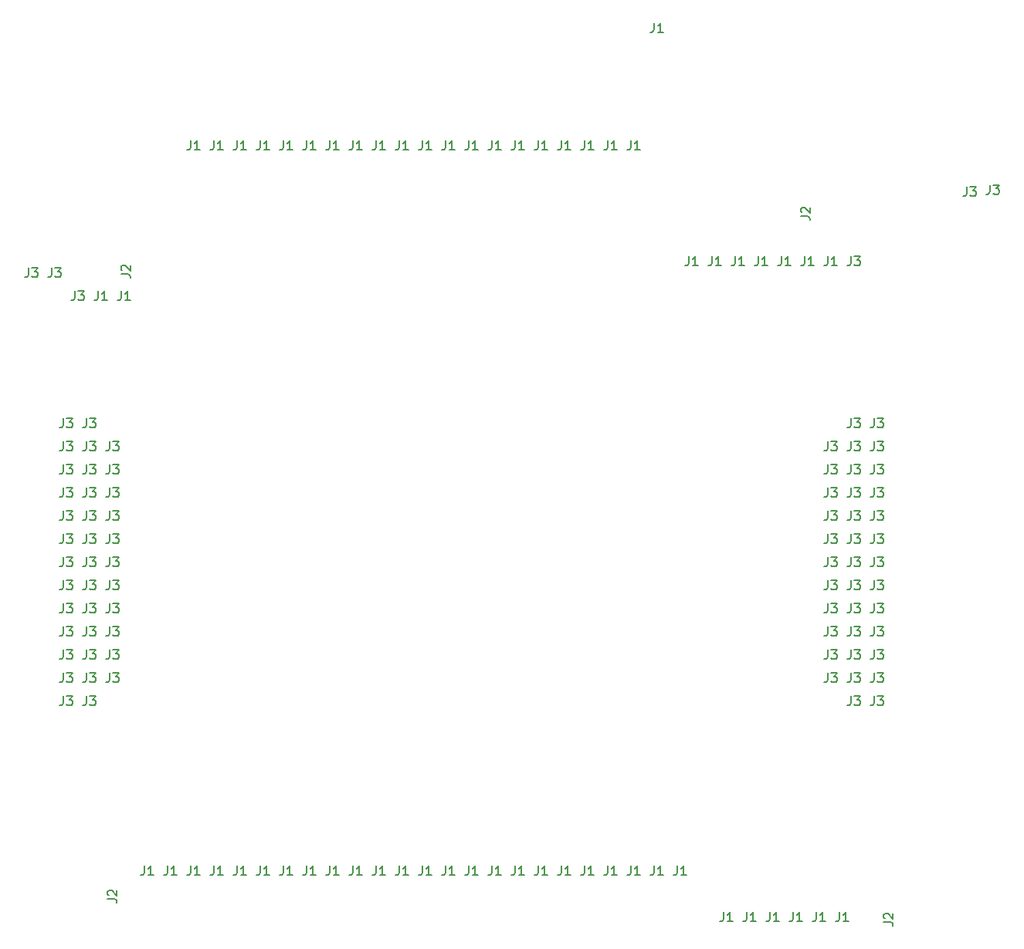
<source format=gbr>
%TF.GenerationSoftware,KiCad,Pcbnew,(6.0.7)*%
%TF.CreationDate,2022-10-24T07:09:43-06:00*%
%TF.ProjectId,AltoidsPCB,416c746f-6964-4735-9043-422e6b696361,rev?*%
%TF.SameCoordinates,Original*%
%TF.FileFunction,Other,Comment*%
%FSLAX46Y46*%
G04 Gerber Fmt 4.6, Leading zero omitted, Abs format (unit mm)*
G04 Created by KiCad (PCBNEW (6.0.7)) date 2022-10-24 07:09:43*
%MOMM*%
%LPD*%
G01*
G04 APERTURE LIST*
%ADD10C,0.150000*%
G04 APERTURE END LIST*
D10*
%TO.C,J2*%
X98512380Y-119713333D02*
X99226666Y-119713333D01*
X99369523Y-119760952D01*
X99464761Y-119856190D01*
X99512380Y-119999047D01*
X99512380Y-120094285D01*
X98607619Y-119284761D02*
X98560000Y-119237142D01*
X98512380Y-119141904D01*
X98512380Y-118903809D01*
X98560000Y-118808571D01*
X98607619Y-118760952D01*
X98702857Y-118713333D01*
X98798095Y-118713333D01*
X98940952Y-118760952D01*
X99512380Y-119332380D01*
X99512380Y-118713333D01*
X183602380Y-122253333D02*
X184316666Y-122253333D01*
X184459523Y-122300952D01*
X184554761Y-122396190D01*
X184602380Y-122539047D01*
X184602380Y-122634285D01*
X183697619Y-121824761D02*
X183650000Y-121777142D01*
X183602380Y-121681904D01*
X183602380Y-121443809D01*
X183650000Y-121348571D01*
X183697619Y-121300952D01*
X183792857Y-121253333D01*
X183888095Y-121253333D01*
X184030952Y-121300952D01*
X184602380Y-121872380D01*
X184602380Y-121253333D01*
X174502380Y-44783333D02*
X175216666Y-44783333D01*
X175359523Y-44830952D01*
X175454761Y-44926190D01*
X175502380Y-45069047D01*
X175502380Y-45164285D01*
X174597619Y-44354761D02*
X174550000Y-44307142D01*
X174502380Y-44211904D01*
X174502380Y-43973809D01*
X174550000Y-43878571D01*
X174597619Y-43830952D01*
X174692857Y-43783333D01*
X174788095Y-43783333D01*
X174930952Y-43830952D01*
X175502380Y-44402380D01*
X175502380Y-43783333D01*
X99992380Y-51133333D02*
X100706666Y-51133333D01*
X100849523Y-51180952D01*
X100944761Y-51276190D01*
X100992380Y-51419047D01*
X100992380Y-51514285D01*
X100087619Y-50704761D02*
X100040000Y-50657142D01*
X99992380Y-50561904D01*
X99992380Y-50323809D01*
X100040000Y-50228571D01*
X100087619Y-50180952D01*
X100182857Y-50133333D01*
X100278095Y-50133333D01*
X100420952Y-50180952D01*
X100992380Y-50752380D01*
X100992380Y-50133333D01*
%TO.C,J1*%
X115236666Y-116082380D02*
X115236666Y-116796666D01*
X115189047Y-116939523D01*
X115093809Y-117034761D01*
X114950952Y-117082380D01*
X114855714Y-117082380D01*
X116236666Y-117082380D02*
X115665238Y-117082380D01*
X115950952Y-117082380D02*
X115950952Y-116082380D01*
X115855714Y-116225238D01*
X115760476Y-116320476D01*
X115665238Y-116368095D01*
X105076666Y-116082380D02*
X105076666Y-116796666D01*
X105029047Y-116939523D01*
X104933809Y-117034761D01*
X104790952Y-117082380D01*
X104695714Y-117082380D01*
X106076666Y-117082380D02*
X105505238Y-117082380D01*
X105790952Y-117082380D02*
X105790952Y-116082380D01*
X105695714Y-116225238D01*
X105600476Y-116320476D01*
X105505238Y-116368095D01*
X120316666Y-116082380D02*
X120316666Y-116796666D01*
X120269047Y-116939523D01*
X120173809Y-117034761D01*
X120030952Y-117082380D01*
X119935714Y-117082380D01*
X121316666Y-117082380D02*
X120745238Y-117082380D01*
X121030952Y-117082380D02*
X121030952Y-116082380D01*
X120935714Y-116225238D01*
X120840476Y-116320476D01*
X120745238Y-116368095D01*
X117776666Y-116082380D02*
X117776666Y-116796666D01*
X117729047Y-116939523D01*
X117633809Y-117034761D01*
X117490952Y-117082380D01*
X117395714Y-117082380D01*
X118776666Y-117082380D02*
X118205238Y-117082380D01*
X118490952Y-117082380D02*
X118490952Y-116082380D01*
X118395714Y-116225238D01*
X118300476Y-116320476D01*
X118205238Y-116368095D01*
X112696666Y-116082380D02*
X112696666Y-116796666D01*
X112649047Y-116939523D01*
X112553809Y-117034761D01*
X112410952Y-117082380D01*
X112315714Y-117082380D01*
X113696666Y-117082380D02*
X113125238Y-117082380D01*
X113410952Y-117082380D02*
X113410952Y-116082380D01*
X113315714Y-116225238D01*
X113220476Y-116320476D01*
X113125238Y-116368095D01*
X107616666Y-116082380D02*
X107616666Y-116796666D01*
X107569047Y-116939523D01*
X107473809Y-117034761D01*
X107330952Y-117082380D01*
X107235714Y-117082380D01*
X108616666Y-117082380D02*
X108045238Y-117082380D01*
X108330952Y-117082380D02*
X108330952Y-116082380D01*
X108235714Y-116225238D01*
X108140476Y-116320476D01*
X108045238Y-116368095D01*
X122856666Y-116082380D02*
X122856666Y-116796666D01*
X122809047Y-116939523D01*
X122713809Y-117034761D01*
X122570952Y-117082380D01*
X122475714Y-117082380D01*
X123856666Y-117082380D02*
X123285238Y-117082380D01*
X123570952Y-117082380D02*
X123570952Y-116082380D01*
X123475714Y-116225238D01*
X123380476Y-116320476D01*
X123285238Y-116368095D01*
X110156666Y-116082380D02*
X110156666Y-116796666D01*
X110109047Y-116939523D01*
X110013809Y-117034761D01*
X109870952Y-117082380D01*
X109775714Y-117082380D01*
X111156666Y-117082380D02*
X110585238Y-117082380D01*
X110870952Y-117082380D02*
X110870952Y-116082380D01*
X110775714Y-116225238D01*
X110680476Y-116320476D01*
X110585238Y-116368095D01*
X102536666Y-116082380D02*
X102536666Y-116796666D01*
X102489047Y-116939523D01*
X102393809Y-117034761D01*
X102250952Y-117082380D01*
X102155714Y-117082380D01*
X103536666Y-117082380D02*
X102965238Y-117082380D01*
X103250952Y-117082380D02*
X103250952Y-116082380D01*
X103155714Y-116225238D01*
X103060476Y-116320476D01*
X102965238Y-116368095D01*
X176196666Y-121162380D02*
X176196666Y-121876666D01*
X176149047Y-122019523D01*
X176053809Y-122114761D01*
X175910952Y-122162380D01*
X175815714Y-122162380D01*
X177196666Y-122162380D02*
X176625238Y-122162380D01*
X176910952Y-122162380D02*
X176910952Y-121162380D01*
X176815714Y-121305238D01*
X176720476Y-121400476D01*
X176625238Y-121448095D01*
X155876666Y-116082380D02*
X155876666Y-116796666D01*
X155829047Y-116939523D01*
X155733809Y-117034761D01*
X155590952Y-117082380D01*
X155495714Y-117082380D01*
X156876666Y-117082380D02*
X156305238Y-117082380D01*
X156590952Y-117082380D02*
X156590952Y-116082380D01*
X156495714Y-116225238D01*
X156400476Y-116320476D01*
X156305238Y-116368095D01*
X150796666Y-116082380D02*
X150796666Y-116796666D01*
X150749047Y-116939523D01*
X150653809Y-117034761D01*
X150510952Y-117082380D01*
X150415714Y-117082380D01*
X151796666Y-117082380D02*
X151225238Y-117082380D01*
X151510952Y-117082380D02*
X151510952Y-116082380D01*
X151415714Y-116225238D01*
X151320476Y-116320476D01*
X151225238Y-116368095D01*
X173656666Y-121162380D02*
X173656666Y-121876666D01*
X173609047Y-122019523D01*
X173513809Y-122114761D01*
X173370952Y-122162380D01*
X173275714Y-122162380D01*
X174656666Y-122162380D02*
X174085238Y-122162380D01*
X174370952Y-122162380D02*
X174370952Y-121162380D01*
X174275714Y-121305238D01*
X174180476Y-121400476D01*
X174085238Y-121448095D01*
X153336666Y-116082380D02*
X153336666Y-116796666D01*
X153289047Y-116939523D01*
X153193809Y-117034761D01*
X153050952Y-117082380D01*
X152955714Y-117082380D01*
X154336666Y-117082380D02*
X153765238Y-117082380D01*
X154050952Y-117082380D02*
X154050952Y-116082380D01*
X153955714Y-116225238D01*
X153860476Y-116320476D01*
X153765238Y-116368095D01*
X158416666Y-116082380D02*
X158416666Y-116796666D01*
X158369047Y-116939523D01*
X158273809Y-117034761D01*
X158130952Y-117082380D01*
X158035714Y-117082380D01*
X159416666Y-117082380D02*
X158845238Y-117082380D01*
X159130952Y-117082380D02*
X159130952Y-116082380D01*
X159035714Y-116225238D01*
X158940476Y-116320476D01*
X158845238Y-116368095D01*
X160956666Y-116082380D02*
X160956666Y-116796666D01*
X160909047Y-116939523D01*
X160813809Y-117034761D01*
X160670952Y-117082380D01*
X160575714Y-117082380D01*
X161956666Y-117082380D02*
X161385238Y-117082380D01*
X161670952Y-117082380D02*
X161670952Y-116082380D01*
X161575714Y-116225238D01*
X161480476Y-116320476D01*
X161385238Y-116368095D01*
X166036666Y-121162380D02*
X166036666Y-121876666D01*
X165989047Y-122019523D01*
X165893809Y-122114761D01*
X165750952Y-122162380D01*
X165655714Y-122162380D01*
X167036666Y-122162380D02*
X166465238Y-122162380D01*
X166750952Y-122162380D02*
X166750952Y-121162380D01*
X166655714Y-121305238D01*
X166560476Y-121400476D01*
X166465238Y-121448095D01*
X148256666Y-116082380D02*
X148256666Y-116796666D01*
X148209047Y-116939523D01*
X148113809Y-117034761D01*
X147970952Y-117082380D01*
X147875714Y-117082380D01*
X149256666Y-117082380D02*
X148685238Y-117082380D01*
X148970952Y-117082380D02*
X148970952Y-116082380D01*
X148875714Y-116225238D01*
X148780476Y-116320476D01*
X148685238Y-116368095D01*
X143176666Y-116082380D02*
X143176666Y-116796666D01*
X143129047Y-116939523D01*
X143033809Y-117034761D01*
X142890952Y-117082380D01*
X142795714Y-117082380D01*
X144176666Y-117082380D02*
X143605238Y-117082380D01*
X143890952Y-117082380D02*
X143890952Y-116082380D01*
X143795714Y-116225238D01*
X143700476Y-116320476D01*
X143605238Y-116368095D01*
X168576666Y-121162380D02*
X168576666Y-121876666D01*
X168529047Y-122019523D01*
X168433809Y-122114761D01*
X168290952Y-122162380D01*
X168195714Y-122162380D01*
X169576666Y-122162380D02*
X169005238Y-122162380D01*
X169290952Y-122162380D02*
X169290952Y-121162380D01*
X169195714Y-121305238D01*
X169100476Y-121400476D01*
X169005238Y-121448095D01*
X171116666Y-121162380D02*
X171116666Y-121876666D01*
X171069047Y-122019523D01*
X170973809Y-122114761D01*
X170830952Y-122162380D01*
X170735714Y-122162380D01*
X172116666Y-122162380D02*
X171545238Y-122162380D01*
X171830952Y-122162380D02*
X171830952Y-121162380D01*
X171735714Y-121305238D01*
X171640476Y-121400476D01*
X171545238Y-121448095D01*
X145716666Y-116082380D02*
X145716666Y-116796666D01*
X145669047Y-116939523D01*
X145573809Y-117034761D01*
X145430952Y-117082380D01*
X145335714Y-117082380D01*
X146716666Y-117082380D02*
X146145238Y-117082380D01*
X146430952Y-117082380D02*
X146430952Y-116082380D01*
X146335714Y-116225238D01*
X146240476Y-116320476D01*
X146145238Y-116368095D01*
X140636666Y-116082380D02*
X140636666Y-116796666D01*
X140589047Y-116939523D01*
X140493809Y-117034761D01*
X140350952Y-117082380D01*
X140255714Y-117082380D01*
X141636666Y-117082380D02*
X141065238Y-117082380D01*
X141350952Y-117082380D02*
X141350952Y-116082380D01*
X141255714Y-116225238D01*
X141160476Y-116320476D01*
X141065238Y-116368095D01*
X133016666Y-116082380D02*
X133016666Y-116796666D01*
X132969047Y-116939523D01*
X132873809Y-117034761D01*
X132730952Y-117082380D01*
X132635714Y-117082380D01*
X134016666Y-117082380D02*
X133445238Y-117082380D01*
X133730952Y-117082380D02*
X133730952Y-116082380D01*
X133635714Y-116225238D01*
X133540476Y-116320476D01*
X133445238Y-116368095D01*
X135556666Y-116082380D02*
X135556666Y-116796666D01*
X135509047Y-116939523D01*
X135413809Y-117034761D01*
X135270952Y-117082380D01*
X135175714Y-117082380D01*
X136556666Y-117082380D02*
X135985238Y-117082380D01*
X136270952Y-117082380D02*
X136270952Y-116082380D01*
X136175714Y-116225238D01*
X136080476Y-116320476D01*
X135985238Y-116368095D01*
X178736666Y-121162380D02*
X178736666Y-121876666D01*
X178689047Y-122019523D01*
X178593809Y-122114761D01*
X178450952Y-122162380D01*
X178355714Y-122162380D01*
X179736666Y-122162380D02*
X179165238Y-122162380D01*
X179450952Y-122162380D02*
X179450952Y-121162380D01*
X179355714Y-121305238D01*
X179260476Y-121400476D01*
X179165238Y-121448095D01*
X138096666Y-116082380D02*
X138096666Y-116796666D01*
X138049047Y-116939523D01*
X137953809Y-117034761D01*
X137810952Y-117082380D01*
X137715714Y-117082380D01*
X139096666Y-117082380D02*
X138525238Y-117082380D01*
X138810952Y-117082380D02*
X138810952Y-116082380D01*
X138715714Y-116225238D01*
X138620476Y-116320476D01*
X138525238Y-116368095D01*
X130476666Y-116082380D02*
X130476666Y-116796666D01*
X130429047Y-116939523D01*
X130333809Y-117034761D01*
X130190952Y-117082380D01*
X130095714Y-117082380D01*
X131476666Y-117082380D02*
X130905238Y-117082380D01*
X131190952Y-117082380D02*
X131190952Y-116082380D01*
X131095714Y-116225238D01*
X131000476Y-116320476D01*
X130905238Y-116368095D01*
X125396666Y-116082380D02*
X125396666Y-116796666D01*
X125349047Y-116939523D01*
X125253809Y-117034761D01*
X125110952Y-117082380D01*
X125015714Y-117082380D01*
X126396666Y-117082380D02*
X125825238Y-117082380D01*
X126110952Y-117082380D02*
X126110952Y-116082380D01*
X126015714Y-116225238D01*
X125920476Y-116320476D01*
X125825238Y-116368095D01*
X127936666Y-116082380D02*
X127936666Y-116796666D01*
X127889047Y-116939523D01*
X127793809Y-117034761D01*
X127650952Y-117082380D01*
X127555714Y-117082380D01*
X128936666Y-117082380D02*
X128365238Y-117082380D01*
X128650952Y-117082380D02*
X128650952Y-116082380D01*
X128555714Y-116225238D01*
X128460476Y-116320476D01*
X128365238Y-116368095D01*
X177466666Y-49192380D02*
X177466666Y-49906666D01*
X177419047Y-50049523D01*
X177323809Y-50144761D01*
X177180952Y-50192380D01*
X177085714Y-50192380D01*
X178466666Y-50192380D02*
X177895238Y-50192380D01*
X178180952Y-50192380D02*
X178180952Y-49192380D01*
X178085714Y-49335238D01*
X177990476Y-49430476D01*
X177895238Y-49478095D01*
X174926666Y-49192380D02*
X174926666Y-49906666D01*
X174879047Y-50049523D01*
X174783809Y-50144761D01*
X174640952Y-50192380D01*
X174545714Y-50192380D01*
X175926666Y-50192380D02*
X175355238Y-50192380D01*
X175640952Y-50192380D02*
X175640952Y-49192380D01*
X175545714Y-49335238D01*
X175450476Y-49430476D01*
X175355238Y-49478095D01*
X172386666Y-49192380D02*
X172386666Y-49906666D01*
X172339047Y-50049523D01*
X172243809Y-50144761D01*
X172100952Y-50192380D01*
X172005714Y-50192380D01*
X173386666Y-50192380D02*
X172815238Y-50192380D01*
X173100952Y-50192380D02*
X173100952Y-49192380D01*
X173005714Y-49335238D01*
X172910476Y-49430476D01*
X172815238Y-49478095D01*
X169846666Y-49192380D02*
X169846666Y-49906666D01*
X169799047Y-50049523D01*
X169703809Y-50144761D01*
X169560952Y-50192380D01*
X169465714Y-50192380D01*
X170846666Y-50192380D02*
X170275238Y-50192380D01*
X170560952Y-50192380D02*
X170560952Y-49192380D01*
X170465714Y-49335238D01*
X170370476Y-49430476D01*
X170275238Y-49478095D01*
X167306666Y-49192380D02*
X167306666Y-49906666D01*
X167259047Y-50049523D01*
X167163809Y-50144761D01*
X167020952Y-50192380D01*
X166925714Y-50192380D01*
X168306666Y-50192380D02*
X167735238Y-50192380D01*
X168020952Y-50192380D02*
X168020952Y-49192380D01*
X167925714Y-49335238D01*
X167830476Y-49430476D01*
X167735238Y-49478095D01*
X164766666Y-49192380D02*
X164766666Y-49906666D01*
X164719047Y-50049523D01*
X164623809Y-50144761D01*
X164480952Y-50192380D01*
X164385714Y-50192380D01*
X165766666Y-50192380D02*
X165195238Y-50192380D01*
X165480952Y-50192380D02*
X165480952Y-49192380D01*
X165385714Y-49335238D01*
X165290476Y-49430476D01*
X165195238Y-49478095D01*
X162226666Y-49192380D02*
X162226666Y-49906666D01*
X162179047Y-50049523D01*
X162083809Y-50144761D01*
X161940952Y-50192380D01*
X161845714Y-50192380D01*
X163226666Y-50192380D02*
X162655238Y-50192380D01*
X162940952Y-50192380D02*
X162940952Y-49192380D01*
X162845714Y-49335238D01*
X162750476Y-49430476D01*
X162655238Y-49478095D01*
X158416666Y-23582380D02*
X158416666Y-24296666D01*
X158369047Y-24439523D01*
X158273809Y-24534761D01*
X158130952Y-24582380D01*
X158035714Y-24582380D01*
X159416666Y-24582380D02*
X158845238Y-24582380D01*
X159130952Y-24582380D02*
X159130952Y-23582380D01*
X159035714Y-23725238D01*
X158940476Y-23820476D01*
X158845238Y-23868095D01*
X155876666Y-36492380D02*
X155876666Y-37206666D01*
X155829047Y-37349523D01*
X155733809Y-37444761D01*
X155590952Y-37492380D01*
X155495714Y-37492380D01*
X156876666Y-37492380D02*
X156305238Y-37492380D01*
X156590952Y-37492380D02*
X156590952Y-36492380D01*
X156495714Y-36635238D01*
X156400476Y-36730476D01*
X156305238Y-36778095D01*
X153336666Y-36492380D02*
X153336666Y-37206666D01*
X153289047Y-37349523D01*
X153193809Y-37444761D01*
X153050952Y-37492380D01*
X152955714Y-37492380D01*
X154336666Y-37492380D02*
X153765238Y-37492380D01*
X154050952Y-37492380D02*
X154050952Y-36492380D01*
X153955714Y-36635238D01*
X153860476Y-36730476D01*
X153765238Y-36778095D01*
X150796666Y-36492380D02*
X150796666Y-37206666D01*
X150749047Y-37349523D01*
X150653809Y-37444761D01*
X150510952Y-37492380D01*
X150415714Y-37492380D01*
X151796666Y-37492380D02*
X151225238Y-37492380D01*
X151510952Y-37492380D02*
X151510952Y-36492380D01*
X151415714Y-36635238D01*
X151320476Y-36730476D01*
X151225238Y-36778095D01*
X148256666Y-36492380D02*
X148256666Y-37206666D01*
X148209047Y-37349523D01*
X148113809Y-37444761D01*
X147970952Y-37492380D01*
X147875714Y-37492380D01*
X149256666Y-37492380D02*
X148685238Y-37492380D01*
X148970952Y-37492380D02*
X148970952Y-36492380D01*
X148875714Y-36635238D01*
X148780476Y-36730476D01*
X148685238Y-36778095D01*
X145716666Y-36492380D02*
X145716666Y-37206666D01*
X145669047Y-37349523D01*
X145573809Y-37444761D01*
X145430952Y-37492380D01*
X145335714Y-37492380D01*
X146716666Y-37492380D02*
X146145238Y-37492380D01*
X146430952Y-37492380D02*
X146430952Y-36492380D01*
X146335714Y-36635238D01*
X146240476Y-36730476D01*
X146145238Y-36778095D01*
X143176666Y-36492380D02*
X143176666Y-37206666D01*
X143129047Y-37349523D01*
X143033809Y-37444761D01*
X142890952Y-37492380D01*
X142795714Y-37492380D01*
X144176666Y-37492380D02*
X143605238Y-37492380D01*
X143890952Y-37492380D02*
X143890952Y-36492380D01*
X143795714Y-36635238D01*
X143700476Y-36730476D01*
X143605238Y-36778095D01*
X140636666Y-36492380D02*
X140636666Y-37206666D01*
X140589047Y-37349523D01*
X140493809Y-37444761D01*
X140350952Y-37492380D01*
X140255714Y-37492380D01*
X141636666Y-37492380D02*
X141065238Y-37492380D01*
X141350952Y-37492380D02*
X141350952Y-36492380D01*
X141255714Y-36635238D01*
X141160476Y-36730476D01*
X141065238Y-36778095D01*
X138096666Y-36492380D02*
X138096666Y-37206666D01*
X138049047Y-37349523D01*
X137953809Y-37444761D01*
X137810952Y-37492380D01*
X137715714Y-37492380D01*
X139096666Y-37492380D02*
X138525238Y-37492380D01*
X138810952Y-37492380D02*
X138810952Y-36492380D01*
X138715714Y-36635238D01*
X138620476Y-36730476D01*
X138525238Y-36778095D01*
X135556666Y-36492380D02*
X135556666Y-37206666D01*
X135509047Y-37349523D01*
X135413809Y-37444761D01*
X135270952Y-37492380D01*
X135175714Y-37492380D01*
X136556666Y-37492380D02*
X135985238Y-37492380D01*
X136270952Y-37492380D02*
X136270952Y-36492380D01*
X136175714Y-36635238D01*
X136080476Y-36730476D01*
X135985238Y-36778095D01*
X133016666Y-36492380D02*
X133016666Y-37206666D01*
X132969047Y-37349523D01*
X132873809Y-37444761D01*
X132730952Y-37492380D01*
X132635714Y-37492380D01*
X134016666Y-37492380D02*
X133445238Y-37492380D01*
X133730952Y-37492380D02*
X133730952Y-36492380D01*
X133635714Y-36635238D01*
X133540476Y-36730476D01*
X133445238Y-36778095D01*
X130476666Y-36492380D02*
X130476666Y-37206666D01*
X130429047Y-37349523D01*
X130333809Y-37444761D01*
X130190952Y-37492380D01*
X130095714Y-37492380D01*
X131476666Y-37492380D02*
X130905238Y-37492380D01*
X131190952Y-37492380D02*
X131190952Y-36492380D01*
X131095714Y-36635238D01*
X131000476Y-36730476D01*
X130905238Y-36778095D01*
X127936666Y-36492380D02*
X127936666Y-37206666D01*
X127889047Y-37349523D01*
X127793809Y-37444761D01*
X127650952Y-37492380D01*
X127555714Y-37492380D01*
X128936666Y-37492380D02*
X128365238Y-37492380D01*
X128650952Y-37492380D02*
X128650952Y-36492380D01*
X128555714Y-36635238D01*
X128460476Y-36730476D01*
X128365238Y-36778095D01*
X125396666Y-36492380D02*
X125396666Y-37206666D01*
X125349047Y-37349523D01*
X125253809Y-37444761D01*
X125110952Y-37492380D01*
X125015714Y-37492380D01*
X126396666Y-37492380D02*
X125825238Y-37492380D01*
X126110952Y-37492380D02*
X126110952Y-36492380D01*
X126015714Y-36635238D01*
X125920476Y-36730476D01*
X125825238Y-36778095D01*
X122856666Y-36492380D02*
X122856666Y-37206666D01*
X122809047Y-37349523D01*
X122713809Y-37444761D01*
X122570952Y-37492380D01*
X122475714Y-37492380D01*
X123856666Y-37492380D02*
X123285238Y-37492380D01*
X123570952Y-37492380D02*
X123570952Y-36492380D01*
X123475714Y-36635238D01*
X123380476Y-36730476D01*
X123285238Y-36778095D01*
X120316666Y-36492380D02*
X120316666Y-37206666D01*
X120269047Y-37349523D01*
X120173809Y-37444761D01*
X120030952Y-37492380D01*
X119935714Y-37492380D01*
X121316666Y-37492380D02*
X120745238Y-37492380D01*
X121030952Y-37492380D02*
X121030952Y-36492380D01*
X120935714Y-36635238D01*
X120840476Y-36730476D01*
X120745238Y-36778095D01*
X117776666Y-36492380D02*
X117776666Y-37206666D01*
X117729047Y-37349523D01*
X117633809Y-37444761D01*
X117490952Y-37492380D01*
X117395714Y-37492380D01*
X118776666Y-37492380D02*
X118205238Y-37492380D01*
X118490952Y-37492380D02*
X118490952Y-36492380D01*
X118395714Y-36635238D01*
X118300476Y-36730476D01*
X118205238Y-36778095D01*
X115236666Y-36492380D02*
X115236666Y-37206666D01*
X115189047Y-37349523D01*
X115093809Y-37444761D01*
X114950952Y-37492380D01*
X114855714Y-37492380D01*
X116236666Y-37492380D02*
X115665238Y-37492380D01*
X115950952Y-37492380D02*
X115950952Y-36492380D01*
X115855714Y-36635238D01*
X115760476Y-36730476D01*
X115665238Y-36778095D01*
X112696666Y-36492380D02*
X112696666Y-37206666D01*
X112649047Y-37349523D01*
X112553809Y-37444761D01*
X112410952Y-37492380D01*
X112315714Y-37492380D01*
X113696666Y-37492380D02*
X113125238Y-37492380D01*
X113410952Y-37492380D02*
X113410952Y-36492380D01*
X113315714Y-36635238D01*
X113220476Y-36730476D01*
X113125238Y-36778095D01*
X110156666Y-36492380D02*
X110156666Y-37206666D01*
X110109047Y-37349523D01*
X110013809Y-37444761D01*
X109870952Y-37492380D01*
X109775714Y-37492380D01*
X111156666Y-37492380D02*
X110585238Y-37492380D01*
X110870952Y-37492380D02*
X110870952Y-36492380D01*
X110775714Y-36635238D01*
X110680476Y-36730476D01*
X110585238Y-36778095D01*
X107616666Y-36492380D02*
X107616666Y-37206666D01*
X107569047Y-37349523D01*
X107473809Y-37444761D01*
X107330952Y-37492380D01*
X107235714Y-37492380D01*
X108616666Y-37492380D02*
X108045238Y-37492380D01*
X108330952Y-37492380D02*
X108330952Y-36492380D01*
X108235714Y-36635238D01*
X108140476Y-36730476D01*
X108045238Y-36778095D01*
X99996666Y-53002380D02*
X99996666Y-53716666D01*
X99949047Y-53859523D01*
X99853809Y-53954761D01*
X99710952Y-54002380D01*
X99615714Y-54002380D01*
X100996666Y-54002380D02*
X100425238Y-54002380D01*
X100710952Y-54002380D02*
X100710952Y-53002380D01*
X100615714Y-53145238D01*
X100520476Y-53240476D01*
X100425238Y-53288095D01*
X97456666Y-53002380D02*
X97456666Y-53716666D01*
X97409047Y-53859523D01*
X97313809Y-53954761D01*
X97170952Y-54002380D01*
X97075714Y-54002380D01*
X98456666Y-54002380D02*
X97885238Y-54002380D01*
X98170952Y-54002380D02*
X98170952Y-53002380D01*
X98075714Y-53145238D01*
X97980476Y-53240476D01*
X97885238Y-53288095D01*
%TO.C,J3*%
X89836666Y-50462380D02*
X89836666Y-51176666D01*
X89789047Y-51319523D01*
X89693809Y-51414761D01*
X89550952Y-51462380D01*
X89455714Y-51462380D01*
X90217619Y-50462380D02*
X90836666Y-50462380D01*
X90503333Y-50843333D01*
X90646190Y-50843333D01*
X90741428Y-50890952D01*
X90789047Y-50938571D01*
X90836666Y-51033809D01*
X90836666Y-51271904D01*
X90789047Y-51367142D01*
X90741428Y-51414761D01*
X90646190Y-51462380D01*
X90360476Y-51462380D01*
X90265238Y-51414761D01*
X90217619Y-51367142D01*
X195246666Y-41362380D02*
X195246666Y-42076666D01*
X195199047Y-42219523D01*
X195103809Y-42314761D01*
X194960952Y-42362380D01*
X194865714Y-42362380D01*
X195627619Y-41362380D02*
X196246666Y-41362380D01*
X195913333Y-41743333D01*
X196056190Y-41743333D01*
X196151428Y-41790952D01*
X196199047Y-41838571D01*
X196246666Y-41933809D01*
X196246666Y-42171904D01*
X196199047Y-42267142D01*
X196151428Y-42314761D01*
X196056190Y-42362380D01*
X195770476Y-42362380D01*
X195675238Y-42314761D01*
X195627619Y-42267142D01*
X192706666Y-41572380D02*
X192706666Y-42286666D01*
X192659047Y-42429523D01*
X192563809Y-42524761D01*
X192420952Y-42572380D01*
X192325714Y-42572380D01*
X193087619Y-41572380D02*
X193706666Y-41572380D01*
X193373333Y-41953333D01*
X193516190Y-41953333D01*
X193611428Y-42000952D01*
X193659047Y-42048571D01*
X193706666Y-42143809D01*
X193706666Y-42381904D01*
X193659047Y-42477142D01*
X193611428Y-42524761D01*
X193516190Y-42572380D01*
X193230476Y-42572380D01*
X193135238Y-42524761D01*
X193087619Y-42477142D01*
X182546666Y-97452380D02*
X182546666Y-98166666D01*
X182499047Y-98309523D01*
X182403809Y-98404761D01*
X182260952Y-98452380D01*
X182165714Y-98452380D01*
X182927619Y-97452380D02*
X183546666Y-97452380D01*
X183213333Y-97833333D01*
X183356190Y-97833333D01*
X183451428Y-97880952D01*
X183499047Y-97928571D01*
X183546666Y-98023809D01*
X183546666Y-98261904D01*
X183499047Y-98357142D01*
X183451428Y-98404761D01*
X183356190Y-98452380D01*
X183070476Y-98452380D01*
X182975238Y-98404761D01*
X182927619Y-98357142D01*
X180006666Y-97452380D02*
X180006666Y-98166666D01*
X179959047Y-98309523D01*
X179863809Y-98404761D01*
X179720952Y-98452380D01*
X179625714Y-98452380D01*
X180387619Y-97452380D02*
X181006666Y-97452380D01*
X180673333Y-97833333D01*
X180816190Y-97833333D01*
X180911428Y-97880952D01*
X180959047Y-97928571D01*
X181006666Y-98023809D01*
X181006666Y-98261904D01*
X180959047Y-98357142D01*
X180911428Y-98404761D01*
X180816190Y-98452380D01*
X180530476Y-98452380D01*
X180435238Y-98404761D01*
X180387619Y-98357142D01*
X93646666Y-97452380D02*
X93646666Y-98166666D01*
X93599047Y-98309523D01*
X93503809Y-98404761D01*
X93360952Y-98452380D01*
X93265714Y-98452380D01*
X94027619Y-97452380D02*
X94646666Y-97452380D01*
X94313333Y-97833333D01*
X94456190Y-97833333D01*
X94551428Y-97880952D01*
X94599047Y-97928571D01*
X94646666Y-98023809D01*
X94646666Y-98261904D01*
X94599047Y-98357142D01*
X94551428Y-98404761D01*
X94456190Y-98452380D01*
X94170476Y-98452380D01*
X94075238Y-98404761D01*
X94027619Y-98357142D01*
X96186666Y-97452380D02*
X96186666Y-98166666D01*
X96139047Y-98309523D01*
X96043809Y-98404761D01*
X95900952Y-98452380D01*
X95805714Y-98452380D01*
X96567619Y-97452380D02*
X97186666Y-97452380D01*
X96853333Y-97833333D01*
X96996190Y-97833333D01*
X97091428Y-97880952D01*
X97139047Y-97928571D01*
X97186666Y-98023809D01*
X97186666Y-98261904D01*
X97139047Y-98357142D01*
X97091428Y-98404761D01*
X96996190Y-98452380D01*
X96710476Y-98452380D01*
X96615238Y-98404761D01*
X96567619Y-98357142D01*
X92376666Y-50462380D02*
X92376666Y-51176666D01*
X92329047Y-51319523D01*
X92233809Y-51414761D01*
X92090952Y-51462380D01*
X91995714Y-51462380D01*
X92757619Y-50462380D02*
X93376666Y-50462380D01*
X93043333Y-50843333D01*
X93186190Y-50843333D01*
X93281428Y-50890952D01*
X93329047Y-50938571D01*
X93376666Y-51033809D01*
X93376666Y-51271904D01*
X93329047Y-51367142D01*
X93281428Y-51414761D01*
X93186190Y-51462380D01*
X92900476Y-51462380D01*
X92805238Y-51414761D01*
X92757619Y-51367142D01*
X180006666Y-92372380D02*
X180006666Y-93086666D01*
X179959047Y-93229523D01*
X179863809Y-93324761D01*
X179720952Y-93372380D01*
X179625714Y-93372380D01*
X180387619Y-92372380D02*
X181006666Y-92372380D01*
X180673333Y-92753333D01*
X180816190Y-92753333D01*
X180911428Y-92800952D01*
X180959047Y-92848571D01*
X181006666Y-92943809D01*
X181006666Y-93181904D01*
X180959047Y-93277142D01*
X180911428Y-93324761D01*
X180816190Y-93372380D01*
X180530476Y-93372380D01*
X180435238Y-93324761D01*
X180387619Y-93277142D01*
X180006666Y-94912380D02*
X180006666Y-95626666D01*
X179959047Y-95769523D01*
X179863809Y-95864761D01*
X179720952Y-95912380D01*
X179625714Y-95912380D01*
X180387619Y-94912380D02*
X181006666Y-94912380D01*
X180673333Y-95293333D01*
X180816190Y-95293333D01*
X180911428Y-95340952D01*
X180959047Y-95388571D01*
X181006666Y-95483809D01*
X181006666Y-95721904D01*
X180959047Y-95817142D01*
X180911428Y-95864761D01*
X180816190Y-95912380D01*
X180530476Y-95912380D01*
X180435238Y-95864761D01*
X180387619Y-95817142D01*
X182546666Y-94912380D02*
X182546666Y-95626666D01*
X182499047Y-95769523D01*
X182403809Y-95864761D01*
X182260952Y-95912380D01*
X182165714Y-95912380D01*
X182927619Y-94912380D02*
X183546666Y-94912380D01*
X183213333Y-95293333D01*
X183356190Y-95293333D01*
X183451428Y-95340952D01*
X183499047Y-95388571D01*
X183546666Y-95483809D01*
X183546666Y-95721904D01*
X183499047Y-95817142D01*
X183451428Y-95864761D01*
X183356190Y-95912380D01*
X183070476Y-95912380D01*
X182975238Y-95864761D01*
X182927619Y-95817142D01*
X177466666Y-89832380D02*
X177466666Y-90546666D01*
X177419047Y-90689523D01*
X177323809Y-90784761D01*
X177180952Y-90832380D01*
X177085714Y-90832380D01*
X177847619Y-89832380D02*
X178466666Y-89832380D01*
X178133333Y-90213333D01*
X178276190Y-90213333D01*
X178371428Y-90260952D01*
X178419047Y-90308571D01*
X178466666Y-90403809D01*
X178466666Y-90641904D01*
X178419047Y-90737142D01*
X178371428Y-90784761D01*
X178276190Y-90832380D01*
X177990476Y-90832380D01*
X177895238Y-90784761D01*
X177847619Y-90737142D01*
X177466666Y-92372380D02*
X177466666Y-93086666D01*
X177419047Y-93229523D01*
X177323809Y-93324761D01*
X177180952Y-93372380D01*
X177085714Y-93372380D01*
X177847619Y-92372380D02*
X178466666Y-92372380D01*
X178133333Y-92753333D01*
X178276190Y-92753333D01*
X178371428Y-92800952D01*
X178419047Y-92848571D01*
X178466666Y-92943809D01*
X178466666Y-93181904D01*
X178419047Y-93277142D01*
X178371428Y-93324761D01*
X178276190Y-93372380D01*
X177990476Y-93372380D01*
X177895238Y-93324761D01*
X177847619Y-93277142D01*
X182546666Y-89832380D02*
X182546666Y-90546666D01*
X182499047Y-90689523D01*
X182403809Y-90784761D01*
X182260952Y-90832380D01*
X182165714Y-90832380D01*
X182927619Y-89832380D02*
X183546666Y-89832380D01*
X183213333Y-90213333D01*
X183356190Y-90213333D01*
X183451428Y-90260952D01*
X183499047Y-90308571D01*
X183546666Y-90403809D01*
X183546666Y-90641904D01*
X183499047Y-90737142D01*
X183451428Y-90784761D01*
X183356190Y-90832380D01*
X183070476Y-90832380D01*
X182975238Y-90784761D01*
X182927619Y-90737142D01*
X180006666Y-89832380D02*
X180006666Y-90546666D01*
X179959047Y-90689523D01*
X179863809Y-90784761D01*
X179720952Y-90832380D01*
X179625714Y-90832380D01*
X180387619Y-89832380D02*
X181006666Y-89832380D01*
X180673333Y-90213333D01*
X180816190Y-90213333D01*
X180911428Y-90260952D01*
X180959047Y-90308571D01*
X181006666Y-90403809D01*
X181006666Y-90641904D01*
X180959047Y-90737142D01*
X180911428Y-90784761D01*
X180816190Y-90832380D01*
X180530476Y-90832380D01*
X180435238Y-90784761D01*
X180387619Y-90737142D01*
X182546666Y-92372380D02*
X182546666Y-93086666D01*
X182499047Y-93229523D01*
X182403809Y-93324761D01*
X182260952Y-93372380D01*
X182165714Y-93372380D01*
X182927619Y-92372380D02*
X183546666Y-92372380D01*
X183213333Y-92753333D01*
X183356190Y-92753333D01*
X183451428Y-92800952D01*
X183499047Y-92848571D01*
X183546666Y-92943809D01*
X183546666Y-93181904D01*
X183499047Y-93277142D01*
X183451428Y-93324761D01*
X183356190Y-93372380D01*
X183070476Y-93372380D01*
X182975238Y-93324761D01*
X182927619Y-93277142D01*
X177466666Y-94912380D02*
X177466666Y-95626666D01*
X177419047Y-95769523D01*
X177323809Y-95864761D01*
X177180952Y-95912380D01*
X177085714Y-95912380D01*
X177847619Y-94912380D02*
X178466666Y-94912380D01*
X178133333Y-95293333D01*
X178276190Y-95293333D01*
X178371428Y-95340952D01*
X178419047Y-95388571D01*
X178466666Y-95483809D01*
X178466666Y-95721904D01*
X178419047Y-95817142D01*
X178371428Y-95864761D01*
X178276190Y-95912380D01*
X177990476Y-95912380D01*
X177895238Y-95864761D01*
X177847619Y-95817142D01*
X182546666Y-66972380D02*
X182546666Y-67686666D01*
X182499047Y-67829523D01*
X182403809Y-67924761D01*
X182260952Y-67972380D01*
X182165714Y-67972380D01*
X182927619Y-66972380D02*
X183546666Y-66972380D01*
X183213333Y-67353333D01*
X183356190Y-67353333D01*
X183451428Y-67400952D01*
X183499047Y-67448571D01*
X183546666Y-67543809D01*
X183546666Y-67781904D01*
X183499047Y-67877142D01*
X183451428Y-67924761D01*
X183356190Y-67972380D01*
X183070476Y-67972380D01*
X182975238Y-67924761D01*
X182927619Y-67877142D01*
X180006666Y-66972380D02*
X180006666Y-67686666D01*
X179959047Y-67829523D01*
X179863809Y-67924761D01*
X179720952Y-67972380D01*
X179625714Y-67972380D01*
X180387619Y-66972380D02*
X181006666Y-66972380D01*
X180673333Y-67353333D01*
X180816190Y-67353333D01*
X180911428Y-67400952D01*
X180959047Y-67448571D01*
X181006666Y-67543809D01*
X181006666Y-67781904D01*
X180959047Y-67877142D01*
X180911428Y-67924761D01*
X180816190Y-67972380D01*
X180530476Y-67972380D01*
X180435238Y-67924761D01*
X180387619Y-67877142D01*
X182546666Y-79672380D02*
X182546666Y-80386666D01*
X182499047Y-80529523D01*
X182403809Y-80624761D01*
X182260952Y-80672380D01*
X182165714Y-80672380D01*
X182927619Y-79672380D02*
X183546666Y-79672380D01*
X183213333Y-80053333D01*
X183356190Y-80053333D01*
X183451428Y-80100952D01*
X183499047Y-80148571D01*
X183546666Y-80243809D01*
X183546666Y-80481904D01*
X183499047Y-80577142D01*
X183451428Y-80624761D01*
X183356190Y-80672380D01*
X183070476Y-80672380D01*
X182975238Y-80624761D01*
X182927619Y-80577142D01*
X182546666Y-72052380D02*
X182546666Y-72766666D01*
X182499047Y-72909523D01*
X182403809Y-73004761D01*
X182260952Y-73052380D01*
X182165714Y-73052380D01*
X182927619Y-72052380D02*
X183546666Y-72052380D01*
X183213333Y-72433333D01*
X183356190Y-72433333D01*
X183451428Y-72480952D01*
X183499047Y-72528571D01*
X183546666Y-72623809D01*
X183546666Y-72861904D01*
X183499047Y-72957142D01*
X183451428Y-73004761D01*
X183356190Y-73052380D01*
X183070476Y-73052380D01*
X182975238Y-73004761D01*
X182927619Y-72957142D01*
X177466666Y-74592380D02*
X177466666Y-75306666D01*
X177419047Y-75449523D01*
X177323809Y-75544761D01*
X177180952Y-75592380D01*
X177085714Y-75592380D01*
X177847619Y-74592380D02*
X178466666Y-74592380D01*
X178133333Y-74973333D01*
X178276190Y-74973333D01*
X178371428Y-75020952D01*
X178419047Y-75068571D01*
X178466666Y-75163809D01*
X178466666Y-75401904D01*
X178419047Y-75497142D01*
X178371428Y-75544761D01*
X178276190Y-75592380D01*
X177990476Y-75592380D01*
X177895238Y-75544761D01*
X177847619Y-75497142D01*
X182546666Y-69512380D02*
X182546666Y-70226666D01*
X182499047Y-70369523D01*
X182403809Y-70464761D01*
X182260952Y-70512380D01*
X182165714Y-70512380D01*
X182927619Y-69512380D02*
X183546666Y-69512380D01*
X183213333Y-69893333D01*
X183356190Y-69893333D01*
X183451428Y-69940952D01*
X183499047Y-69988571D01*
X183546666Y-70083809D01*
X183546666Y-70321904D01*
X183499047Y-70417142D01*
X183451428Y-70464761D01*
X183356190Y-70512380D01*
X183070476Y-70512380D01*
X182975238Y-70464761D01*
X182927619Y-70417142D01*
X180006666Y-79672380D02*
X180006666Y-80386666D01*
X179959047Y-80529523D01*
X179863809Y-80624761D01*
X179720952Y-80672380D01*
X179625714Y-80672380D01*
X180387619Y-79672380D02*
X181006666Y-79672380D01*
X180673333Y-80053333D01*
X180816190Y-80053333D01*
X180911428Y-80100952D01*
X180959047Y-80148571D01*
X181006666Y-80243809D01*
X181006666Y-80481904D01*
X180959047Y-80577142D01*
X180911428Y-80624761D01*
X180816190Y-80672380D01*
X180530476Y-80672380D01*
X180435238Y-80624761D01*
X180387619Y-80577142D01*
X177466666Y-79672380D02*
X177466666Y-80386666D01*
X177419047Y-80529523D01*
X177323809Y-80624761D01*
X177180952Y-80672380D01*
X177085714Y-80672380D01*
X177847619Y-79672380D02*
X178466666Y-79672380D01*
X178133333Y-80053333D01*
X178276190Y-80053333D01*
X178371428Y-80100952D01*
X178419047Y-80148571D01*
X178466666Y-80243809D01*
X178466666Y-80481904D01*
X178419047Y-80577142D01*
X178371428Y-80624761D01*
X178276190Y-80672380D01*
X177990476Y-80672380D01*
X177895238Y-80624761D01*
X177847619Y-80577142D01*
X182546666Y-77132380D02*
X182546666Y-77846666D01*
X182499047Y-77989523D01*
X182403809Y-78084761D01*
X182260952Y-78132380D01*
X182165714Y-78132380D01*
X182927619Y-77132380D02*
X183546666Y-77132380D01*
X183213333Y-77513333D01*
X183356190Y-77513333D01*
X183451428Y-77560952D01*
X183499047Y-77608571D01*
X183546666Y-77703809D01*
X183546666Y-77941904D01*
X183499047Y-78037142D01*
X183451428Y-78084761D01*
X183356190Y-78132380D01*
X183070476Y-78132380D01*
X182975238Y-78084761D01*
X182927619Y-78037142D01*
X177466666Y-77132380D02*
X177466666Y-77846666D01*
X177419047Y-77989523D01*
X177323809Y-78084761D01*
X177180952Y-78132380D01*
X177085714Y-78132380D01*
X177847619Y-77132380D02*
X178466666Y-77132380D01*
X178133333Y-77513333D01*
X178276190Y-77513333D01*
X178371428Y-77560952D01*
X178419047Y-77608571D01*
X178466666Y-77703809D01*
X178466666Y-77941904D01*
X178419047Y-78037142D01*
X178371428Y-78084761D01*
X178276190Y-78132380D01*
X177990476Y-78132380D01*
X177895238Y-78084761D01*
X177847619Y-78037142D01*
X177466666Y-87292380D02*
X177466666Y-88006666D01*
X177419047Y-88149523D01*
X177323809Y-88244761D01*
X177180952Y-88292380D01*
X177085714Y-88292380D01*
X177847619Y-87292380D02*
X178466666Y-87292380D01*
X178133333Y-87673333D01*
X178276190Y-87673333D01*
X178371428Y-87720952D01*
X178419047Y-87768571D01*
X178466666Y-87863809D01*
X178466666Y-88101904D01*
X178419047Y-88197142D01*
X178371428Y-88244761D01*
X178276190Y-88292380D01*
X177990476Y-88292380D01*
X177895238Y-88244761D01*
X177847619Y-88197142D01*
X182546666Y-82212380D02*
X182546666Y-82926666D01*
X182499047Y-83069523D01*
X182403809Y-83164761D01*
X182260952Y-83212380D01*
X182165714Y-83212380D01*
X182927619Y-82212380D02*
X183546666Y-82212380D01*
X183213333Y-82593333D01*
X183356190Y-82593333D01*
X183451428Y-82640952D01*
X183499047Y-82688571D01*
X183546666Y-82783809D01*
X183546666Y-83021904D01*
X183499047Y-83117142D01*
X183451428Y-83164761D01*
X183356190Y-83212380D01*
X183070476Y-83212380D01*
X182975238Y-83164761D01*
X182927619Y-83117142D01*
X180006666Y-72052380D02*
X180006666Y-72766666D01*
X179959047Y-72909523D01*
X179863809Y-73004761D01*
X179720952Y-73052380D01*
X179625714Y-73052380D01*
X180387619Y-72052380D02*
X181006666Y-72052380D01*
X180673333Y-72433333D01*
X180816190Y-72433333D01*
X180911428Y-72480952D01*
X180959047Y-72528571D01*
X181006666Y-72623809D01*
X181006666Y-72861904D01*
X180959047Y-72957142D01*
X180911428Y-73004761D01*
X180816190Y-73052380D01*
X180530476Y-73052380D01*
X180435238Y-73004761D01*
X180387619Y-72957142D01*
X177466666Y-82212380D02*
X177466666Y-82926666D01*
X177419047Y-83069523D01*
X177323809Y-83164761D01*
X177180952Y-83212380D01*
X177085714Y-83212380D01*
X177847619Y-82212380D02*
X178466666Y-82212380D01*
X178133333Y-82593333D01*
X178276190Y-82593333D01*
X178371428Y-82640952D01*
X178419047Y-82688571D01*
X178466666Y-82783809D01*
X178466666Y-83021904D01*
X178419047Y-83117142D01*
X178371428Y-83164761D01*
X178276190Y-83212380D01*
X177990476Y-83212380D01*
X177895238Y-83164761D01*
X177847619Y-83117142D01*
X177466666Y-69512380D02*
X177466666Y-70226666D01*
X177419047Y-70369523D01*
X177323809Y-70464761D01*
X177180952Y-70512380D01*
X177085714Y-70512380D01*
X177847619Y-69512380D02*
X178466666Y-69512380D01*
X178133333Y-69893333D01*
X178276190Y-69893333D01*
X178371428Y-69940952D01*
X178419047Y-69988571D01*
X178466666Y-70083809D01*
X178466666Y-70321904D01*
X178419047Y-70417142D01*
X178371428Y-70464761D01*
X178276190Y-70512380D01*
X177990476Y-70512380D01*
X177895238Y-70464761D01*
X177847619Y-70417142D01*
X180006666Y-69512380D02*
X180006666Y-70226666D01*
X179959047Y-70369523D01*
X179863809Y-70464761D01*
X179720952Y-70512380D01*
X179625714Y-70512380D01*
X180387619Y-69512380D02*
X181006666Y-69512380D01*
X180673333Y-69893333D01*
X180816190Y-69893333D01*
X180911428Y-69940952D01*
X180959047Y-69988571D01*
X181006666Y-70083809D01*
X181006666Y-70321904D01*
X180959047Y-70417142D01*
X180911428Y-70464761D01*
X180816190Y-70512380D01*
X180530476Y-70512380D01*
X180435238Y-70464761D01*
X180387619Y-70417142D01*
X180006666Y-82212380D02*
X180006666Y-82926666D01*
X179959047Y-83069523D01*
X179863809Y-83164761D01*
X179720952Y-83212380D01*
X179625714Y-83212380D01*
X180387619Y-82212380D02*
X181006666Y-82212380D01*
X180673333Y-82593333D01*
X180816190Y-82593333D01*
X180911428Y-82640952D01*
X180959047Y-82688571D01*
X181006666Y-82783809D01*
X181006666Y-83021904D01*
X180959047Y-83117142D01*
X180911428Y-83164761D01*
X180816190Y-83212380D01*
X180530476Y-83212380D01*
X180435238Y-83164761D01*
X180387619Y-83117142D01*
X180006666Y-74592380D02*
X180006666Y-75306666D01*
X179959047Y-75449523D01*
X179863809Y-75544761D01*
X179720952Y-75592380D01*
X179625714Y-75592380D01*
X180387619Y-74592380D02*
X181006666Y-74592380D01*
X180673333Y-74973333D01*
X180816190Y-74973333D01*
X180911428Y-75020952D01*
X180959047Y-75068571D01*
X181006666Y-75163809D01*
X181006666Y-75401904D01*
X180959047Y-75497142D01*
X180911428Y-75544761D01*
X180816190Y-75592380D01*
X180530476Y-75592380D01*
X180435238Y-75544761D01*
X180387619Y-75497142D01*
X180006666Y-87292380D02*
X180006666Y-88006666D01*
X179959047Y-88149523D01*
X179863809Y-88244761D01*
X179720952Y-88292380D01*
X179625714Y-88292380D01*
X180387619Y-87292380D02*
X181006666Y-87292380D01*
X180673333Y-87673333D01*
X180816190Y-87673333D01*
X180911428Y-87720952D01*
X180959047Y-87768571D01*
X181006666Y-87863809D01*
X181006666Y-88101904D01*
X180959047Y-88197142D01*
X180911428Y-88244761D01*
X180816190Y-88292380D01*
X180530476Y-88292380D01*
X180435238Y-88244761D01*
X180387619Y-88197142D01*
X182546666Y-84752380D02*
X182546666Y-85466666D01*
X182499047Y-85609523D01*
X182403809Y-85704761D01*
X182260952Y-85752380D01*
X182165714Y-85752380D01*
X182927619Y-84752380D02*
X183546666Y-84752380D01*
X183213333Y-85133333D01*
X183356190Y-85133333D01*
X183451428Y-85180952D01*
X183499047Y-85228571D01*
X183546666Y-85323809D01*
X183546666Y-85561904D01*
X183499047Y-85657142D01*
X183451428Y-85704761D01*
X183356190Y-85752380D01*
X183070476Y-85752380D01*
X182975238Y-85704761D01*
X182927619Y-85657142D01*
X182546666Y-74592380D02*
X182546666Y-75306666D01*
X182499047Y-75449523D01*
X182403809Y-75544761D01*
X182260952Y-75592380D01*
X182165714Y-75592380D01*
X182927619Y-74592380D02*
X183546666Y-74592380D01*
X183213333Y-74973333D01*
X183356190Y-74973333D01*
X183451428Y-75020952D01*
X183499047Y-75068571D01*
X183546666Y-75163809D01*
X183546666Y-75401904D01*
X183499047Y-75497142D01*
X183451428Y-75544761D01*
X183356190Y-75592380D01*
X183070476Y-75592380D01*
X182975238Y-75544761D01*
X182927619Y-75497142D01*
X180006666Y-49192380D02*
X180006666Y-49906666D01*
X179959047Y-50049523D01*
X179863809Y-50144761D01*
X179720952Y-50192380D01*
X179625714Y-50192380D01*
X180387619Y-49192380D02*
X181006666Y-49192380D01*
X180673333Y-49573333D01*
X180816190Y-49573333D01*
X180911428Y-49620952D01*
X180959047Y-49668571D01*
X181006666Y-49763809D01*
X181006666Y-50001904D01*
X180959047Y-50097142D01*
X180911428Y-50144761D01*
X180816190Y-50192380D01*
X180530476Y-50192380D01*
X180435238Y-50144761D01*
X180387619Y-50097142D01*
X180006666Y-84752380D02*
X180006666Y-85466666D01*
X179959047Y-85609523D01*
X179863809Y-85704761D01*
X179720952Y-85752380D01*
X179625714Y-85752380D01*
X180387619Y-84752380D02*
X181006666Y-84752380D01*
X180673333Y-85133333D01*
X180816190Y-85133333D01*
X180911428Y-85180952D01*
X180959047Y-85228571D01*
X181006666Y-85323809D01*
X181006666Y-85561904D01*
X180959047Y-85657142D01*
X180911428Y-85704761D01*
X180816190Y-85752380D01*
X180530476Y-85752380D01*
X180435238Y-85704761D01*
X180387619Y-85657142D01*
X177466666Y-72052380D02*
X177466666Y-72766666D01*
X177419047Y-72909523D01*
X177323809Y-73004761D01*
X177180952Y-73052380D01*
X177085714Y-73052380D01*
X177847619Y-72052380D02*
X178466666Y-72052380D01*
X178133333Y-72433333D01*
X178276190Y-72433333D01*
X178371428Y-72480952D01*
X178419047Y-72528571D01*
X178466666Y-72623809D01*
X178466666Y-72861904D01*
X178419047Y-72957142D01*
X178371428Y-73004761D01*
X178276190Y-73052380D01*
X177990476Y-73052380D01*
X177895238Y-73004761D01*
X177847619Y-72957142D01*
X180006666Y-77132380D02*
X180006666Y-77846666D01*
X179959047Y-77989523D01*
X179863809Y-78084761D01*
X179720952Y-78132380D01*
X179625714Y-78132380D01*
X180387619Y-77132380D02*
X181006666Y-77132380D01*
X180673333Y-77513333D01*
X180816190Y-77513333D01*
X180911428Y-77560952D01*
X180959047Y-77608571D01*
X181006666Y-77703809D01*
X181006666Y-77941904D01*
X180959047Y-78037142D01*
X180911428Y-78084761D01*
X180816190Y-78132380D01*
X180530476Y-78132380D01*
X180435238Y-78084761D01*
X180387619Y-78037142D01*
X177466666Y-84752380D02*
X177466666Y-85466666D01*
X177419047Y-85609523D01*
X177323809Y-85704761D01*
X177180952Y-85752380D01*
X177085714Y-85752380D01*
X177847619Y-84752380D02*
X178466666Y-84752380D01*
X178133333Y-85133333D01*
X178276190Y-85133333D01*
X178371428Y-85180952D01*
X178419047Y-85228571D01*
X178466666Y-85323809D01*
X178466666Y-85561904D01*
X178419047Y-85657142D01*
X178371428Y-85704761D01*
X178276190Y-85752380D01*
X177990476Y-85752380D01*
X177895238Y-85704761D01*
X177847619Y-85657142D01*
X182546666Y-87292380D02*
X182546666Y-88006666D01*
X182499047Y-88149523D01*
X182403809Y-88244761D01*
X182260952Y-88292380D01*
X182165714Y-88292380D01*
X182927619Y-87292380D02*
X183546666Y-87292380D01*
X183213333Y-87673333D01*
X183356190Y-87673333D01*
X183451428Y-87720952D01*
X183499047Y-87768571D01*
X183546666Y-87863809D01*
X183546666Y-88101904D01*
X183499047Y-88197142D01*
X183451428Y-88244761D01*
X183356190Y-88292380D01*
X183070476Y-88292380D01*
X182975238Y-88244761D01*
X182927619Y-88197142D01*
X98726666Y-94912380D02*
X98726666Y-95626666D01*
X98679047Y-95769523D01*
X98583809Y-95864761D01*
X98440952Y-95912380D01*
X98345714Y-95912380D01*
X99107619Y-94912380D02*
X99726666Y-94912380D01*
X99393333Y-95293333D01*
X99536190Y-95293333D01*
X99631428Y-95340952D01*
X99679047Y-95388571D01*
X99726666Y-95483809D01*
X99726666Y-95721904D01*
X99679047Y-95817142D01*
X99631428Y-95864761D01*
X99536190Y-95912380D01*
X99250476Y-95912380D01*
X99155238Y-95864761D01*
X99107619Y-95817142D01*
X96186666Y-94912380D02*
X96186666Y-95626666D01*
X96139047Y-95769523D01*
X96043809Y-95864761D01*
X95900952Y-95912380D01*
X95805714Y-95912380D01*
X96567619Y-94912380D02*
X97186666Y-94912380D01*
X96853333Y-95293333D01*
X96996190Y-95293333D01*
X97091428Y-95340952D01*
X97139047Y-95388571D01*
X97186666Y-95483809D01*
X97186666Y-95721904D01*
X97139047Y-95817142D01*
X97091428Y-95864761D01*
X96996190Y-95912380D01*
X96710476Y-95912380D01*
X96615238Y-95864761D01*
X96567619Y-95817142D01*
X93646666Y-94912380D02*
X93646666Y-95626666D01*
X93599047Y-95769523D01*
X93503809Y-95864761D01*
X93360952Y-95912380D01*
X93265714Y-95912380D01*
X94027619Y-94912380D02*
X94646666Y-94912380D01*
X94313333Y-95293333D01*
X94456190Y-95293333D01*
X94551428Y-95340952D01*
X94599047Y-95388571D01*
X94646666Y-95483809D01*
X94646666Y-95721904D01*
X94599047Y-95817142D01*
X94551428Y-95864761D01*
X94456190Y-95912380D01*
X94170476Y-95912380D01*
X94075238Y-95864761D01*
X94027619Y-95817142D01*
X98726666Y-92372380D02*
X98726666Y-93086666D01*
X98679047Y-93229523D01*
X98583809Y-93324761D01*
X98440952Y-93372380D01*
X98345714Y-93372380D01*
X99107619Y-92372380D02*
X99726666Y-92372380D01*
X99393333Y-92753333D01*
X99536190Y-92753333D01*
X99631428Y-92800952D01*
X99679047Y-92848571D01*
X99726666Y-92943809D01*
X99726666Y-93181904D01*
X99679047Y-93277142D01*
X99631428Y-93324761D01*
X99536190Y-93372380D01*
X99250476Y-93372380D01*
X99155238Y-93324761D01*
X99107619Y-93277142D01*
X96186666Y-92372380D02*
X96186666Y-93086666D01*
X96139047Y-93229523D01*
X96043809Y-93324761D01*
X95900952Y-93372380D01*
X95805714Y-93372380D01*
X96567619Y-92372380D02*
X97186666Y-92372380D01*
X96853333Y-92753333D01*
X96996190Y-92753333D01*
X97091428Y-92800952D01*
X97139047Y-92848571D01*
X97186666Y-92943809D01*
X97186666Y-93181904D01*
X97139047Y-93277142D01*
X97091428Y-93324761D01*
X96996190Y-93372380D01*
X96710476Y-93372380D01*
X96615238Y-93324761D01*
X96567619Y-93277142D01*
X93646666Y-92372380D02*
X93646666Y-93086666D01*
X93599047Y-93229523D01*
X93503809Y-93324761D01*
X93360952Y-93372380D01*
X93265714Y-93372380D01*
X94027619Y-92372380D02*
X94646666Y-92372380D01*
X94313333Y-92753333D01*
X94456190Y-92753333D01*
X94551428Y-92800952D01*
X94599047Y-92848571D01*
X94646666Y-92943809D01*
X94646666Y-93181904D01*
X94599047Y-93277142D01*
X94551428Y-93324761D01*
X94456190Y-93372380D01*
X94170476Y-93372380D01*
X94075238Y-93324761D01*
X94027619Y-93277142D01*
X98726666Y-89832380D02*
X98726666Y-90546666D01*
X98679047Y-90689523D01*
X98583809Y-90784761D01*
X98440952Y-90832380D01*
X98345714Y-90832380D01*
X99107619Y-89832380D02*
X99726666Y-89832380D01*
X99393333Y-90213333D01*
X99536190Y-90213333D01*
X99631428Y-90260952D01*
X99679047Y-90308571D01*
X99726666Y-90403809D01*
X99726666Y-90641904D01*
X99679047Y-90737142D01*
X99631428Y-90784761D01*
X99536190Y-90832380D01*
X99250476Y-90832380D01*
X99155238Y-90784761D01*
X99107619Y-90737142D01*
X96186666Y-89832380D02*
X96186666Y-90546666D01*
X96139047Y-90689523D01*
X96043809Y-90784761D01*
X95900952Y-90832380D01*
X95805714Y-90832380D01*
X96567619Y-89832380D02*
X97186666Y-89832380D01*
X96853333Y-90213333D01*
X96996190Y-90213333D01*
X97091428Y-90260952D01*
X97139047Y-90308571D01*
X97186666Y-90403809D01*
X97186666Y-90641904D01*
X97139047Y-90737142D01*
X97091428Y-90784761D01*
X96996190Y-90832380D01*
X96710476Y-90832380D01*
X96615238Y-90784761D01*
X96567619Y-90737142D01*
X93646666Y-89832380D02*
X93646666Y-90546666D01*
X93599047Y-90689523D01*
X93503809Y-90784761D01*
X93360952Y-90832380D01*
X93265714Y-90832380D01*
X94027619Y-89832380D02*
X94646666Y-89832380D01*
X94313333Y-90213333D01*
X94456190Y-90213333D01*
X94551428Y-90260952D01*
X94599047Y-90308571D01*
X94646666Y-90403809D01*
X94646666Y-90641904D01*
X94599047Y-90737142D01*
X94551428Y-90784761D01*
X94456190Y-90832380D01*
X94170476Y-90832380D01*
X94075238Y-90784761D01*
X94027619Y-90737142D01*
X98726666Y-87292380D02*
X98726666Y-88006666D01*
X98679047Y-88149523D01*
X98583809Y-88244761D01*
X98440952Y-88292380D01*
X98345714Y-88292380D01*
X99107619Y-87292380D02*
X99726666Y-87292380D01*
X99393333Y-87673333D01*
X99536190Y-87673333D01*
X99631428Y-87720952D01*
X99679047Y-87768571D01*
X99726666Y-87863809D01*
X99726666Y-88101904D01*
X99679047Y-88197142D01*
X99631428Y-88244761D01*
X99536190Y-88292380D01*
X99250476Y-88292380D01*
X99155238Y-88244761D01*
X99107619Y-88197142D01*
X96186666Y-87292380D02*
X96186666Y-88006666D01*
X96139047Y-88149523D01*
X96043809Y-88244761D01*
X95900952Y-88292380D01*
X95805714Y-88292380D01*
X96567619Y-87292380D02*
X97186666Y-87292380D01*
X96853333Y-87673333D01*
X96996190Y-87673333D01*
X97091428Y-87720952D01*
X97139047Y-87768571D01*
X97186666Y-87863809D01*
X97186666Y-88101904D01*
X97139047Y-88197142D01*
X97091428Y-88244761D01*
X96996190Y-88292380D01*
X96710476Y-88292380D01*
X96615238Y-88244761D01*
X96567619Y-88197142D01*
X93646666Y-87292380D02*
X93646666Y-88006666D01*
X93599047Y-88149523D01*
X93503809Y-88244761D01*
X93360952Y-88292380D01*
X93265714Y-88292380D01*
X94027619Y-87292380D02*
X94646666Y-87292380D01*
X94313333Y-87673333D01*
X94456190Y-87673333D01*
X94551428Y-87720952D01*
X94599047Y-87768571D01*
X94646666Y-87863809D01*
X94646666Y-88101904D01*
X94599047Y-88197142D01*
X94551428Y-88244761D01*
X94456190Y-88292380D01*
X94170476Y-88292380D01*
X94075238Y-88244761D01*
X94027619Y-88197142D01*
X98726666Y-84752380D02*
X98726666Y-85466666D01*
X98679047Y-85609523D01*
X98583809Y-85704761D01*
X98440952Y-85752380D01*
X98345714Y-85752380D01*
X99107619Y-84752380D02*
X99726666Y-84752380D01*
X99393333Y-85133333D01*
X99536190Y-85133333D01*
X99631428Y-85180952D01*
X99679047Y-85228571D01*
X99726666Y-85323809D01*
X99726666Y-85561904D01*
X99679047Y-85657142D01*
X99631428Y-85704761D01*
X99536190Y-85752380D01*
X99250476Y-85752380D01*
X99155238Y-85704761D01*
X99107619Y-85657142D01*
X96186666Y-84752380D02*
X96186666Y-85466666D01*
X96139047Y-85609523D01*
X96043809Y-85704761D01*
X95900952Y-85752380D01*
X95805714Y-85752380D01*
X96567619Y-84752380D02*
X97186666Y-84752380D01*
X96853333Y-85133333D01*
X96996190Y-85133333D01*
X97091428Y-85180952D01*
X97139047Y-85228571D01*
X97186666Y-85323809D01*
X97186666Y-85561904D01*
X97139047Y-85657142D01*
X97091428Y-85704761D01*
X96996190Y-85752380D01*
X96710476Y-85752380D01*
X96615238Y-85704761D01*
X96567619Y-85657142D01*
X93646666Y-84752380D02*
X93646666Y-85466666D01*
X93599047Y-85609523D01*
X93503809Y-85704761D01*
X93360952Y-85752380D01*
X93265714Y-85752380D01*
X94027619Y-84752380D02*
X94646666Y-84752380D01*
X94313333Y-85133333D01*
X94456190Y-85133333D01*
X94551428Y-85180952D01*
X94599047Y-85228571D01*
X94646666Y-85323809D01*
X94646666Y-85561904D01*
X94599047Y-85657142D01*
X94551428Y-85704761D01*
X94456190Y-85752380D01*
X94170476Y-85752380D01*
X94075238Y-85704761D01*
X94027619Y-85657142D01*
X98726666Y-82212380D02*
X98726666Y-82926666D01*
X98679047Y-83069523D01*
X98583809Y-83164761D01*
X98440952Y-83212380D01*
X98345714Y-83212380D01*
X99107619Y-82212380D02*
X99726666Y-82212380D01*
X99393333Y-82593333D01*
X99536190Y-82593333D01*
X99631428Y-82640952D01*
X99679047Y-82688571D01*
X99726666Y-82783809D01*
X99726666Y-83021904D01*
X99679047Y-83117142D01*
X99631428Y-83164761D01*
X99536190Y-83212380D01*
X99250476Y-83212380D01*
X99155238Y-83164761D01*
X99107619Y-83117142D01*
X96186666Y-82212380D02*
X96186666Y-82926666D01*
X96139047Y-83069523D01*
X96043809Y-83164761D01*
X95900952Y-83212380D01*
X95805714Y-83212380D01*
X96567619Y-82212380D02*
X97186666Y-82212380D01*
X96853333Y-82593333D01*
X96996190Y-82593333D01*
X97091428Y-82640952D01*
X97139047Y-82688571D01*
X97186666Y-82783809D01*
X97186666Y-83021904D01*
X97139047Y-83117142D01*
X97091428Y-83164761D01*
X96996190Y-83212380D01*
X96710476Y-83212380D01*
X96615238Y-83164761D01*
X96567619Y-83117142D01*
X93646666Y-82212380D02*
X93646666Y-82926666D01*
X93599047Y-83069523D01*
X93503809Y-83164761D01*
X93360952Y-83212380D01*
X93265714Y-83212380D01*
X94027619Y-82212380D02*
X94646666Y-82212380D01*
X94313333Y-82593333D01*
X94456190Y-82593333D01*
X94551428Y-82640952D01*
X94599047Y-82688571D01*
X94646666Y-82783809D01*
X94646666Y-83021904D01*
X94599047Y-83117142D01*
X94551428Y-83164761D01*
X94456190Y-83212380D01*
X94170476Y-83212380D01*
X94075238Y-83164761D01*
X94027619Y-83117142D01*
X98726666Y-79672380D02*
X98726666Y-80386666D01*
X98679047Y-80529523D01*
X98583809Y-80624761D01*
X98440952Y-80672380D01*
X98345714Y-80672380D01*
X99107619Y-79672380D02*
X99726666Y-79672380D01*
X99393333Y-80053333D01*
X99536190Y-80053333D01*
X99631428Y-80100952D01*
X99679047Y-80148571D01*
X99726666Y-80243809D01*
X99726666Y-80481904D01*
X99679047Y-80577142D01*
X99631428Y-80624761D01*
X99536190Y-80672380D01*
X99250476Y-80672380D01*
X99155238Y-80624761D01*
X99107619Y-80577142D01*
X96186666Y-79672380D02*
X96186666Y-80386666D01*
X96139047Y-80529523D01*
X96043809Y-80624761D01*
X95900952Y-80672380D01*
X95805714Y-80672380D01*
X96567619Y-79672380D02*
X97186666Y-79672380D01*
X96853333Y-80053333D01*
X96996190Y-80053333D01*
X97091428Y-80100952D01*
X97139047Y-80148571D01*
X97186666Y-80243809D01*
X97186666Y-80481904D01*
X97139047Y-80577142D01*
X97091428Y-80624761D01*
X96996190Y-80672380D01*
X96710476Y-80672380D01*
X96615238Y-80624761D01*
X96567619Y-80577142D01*
X93646666Y-79672380D02*
X93646666Y-80386666D01*
X93599047Y-80529523D01*
X93503809Y-80624761D01*
X93360952Y-80672380D01*
X93265714Y-80672380D01*
X94027619Y-79672380D02*
X94646666Y-79672380D01*
X94313333Y-80053333D01*
X94456190Y-80053333D01*
X94551428Y-80100952D01*
X94599047Y-80148571D01*
X94646666Y-80243809D01*
X94646666Y-80481904D01*
X94599047Y-80577142D01*
X94551428Y-80624761D01*
X94456190Y-80672380D01*
X94170476Y-80672380D01*
X94075238Y-80624761D01*
X94027619Y-80577142D01*
X98726666Y-77132380D02*
X98726666Y-77846666D01*
X98679047Y-77989523D01*
X98583809Y-78084761D01*
X98440952Y-78132380D01*
X98345714Y-78132380D01*
X99107619Y-77132380D02*
X99726666Y-77132380D01*
X99393333Y-77513333D01*
X99536190Y-77513333D01*
X99631428Y-77560952D01*
X99679047Y-77608571D01*
X99726666Y-77703809D01*
X99726666Y-77941904D01*
X99679047Y-78037142D01*
X99631428Y-78084761D01*
X99536190Y-78132380D01*
X99250476Y-78132380D01*
X99155238Y-78084761D01*
X99107619Y-78037142D01*
X96186666Y-77132380D02*
X96186666Y-77846666D01*
X96139047Y-77989523D01*
X96043809Y-78084761D01*
X95900952Y-78132380D01*
X95805714Y-78132380D01*
X96567619Y-77132380D02*
X97186666Y-77132380D01*
X96853333Y-77513333D01*
X96996190Y-77513333D01*
X97091428Y-77560952D01*
X97139047Y-77608571D01*
X97186666Y-77703809D01*
X97186666Y-77941904D01*
X97139047Y-78037142D01*
X97091428Y-78084761D01*
X96996190Y-78132380D01*
X96710476Y-78132380D01*
X96615238Y-78084761D01*
X96567619Y-78037142D01*
X93646666Y-77132380D02*
X93646666Y-77846666D01*
X93599047Y-77989523D01*
X93503809Y-78084761D01*
X93360952Y-78132380D01*
X93265714Y-78132380D01*
X94027619Y-77132380D02*
X94646666Y-77132380D01*
X94313333Y-77513333D01*
X94456190Y-77513333D01*
X94551428Y-77560952D01*
X94599047Y-77608571D01*
X94646666Y-77703809D01*
X94646666Y-77941904D01*
X94599047Y-78037142D01*
X94551428Y-78084761D01*
X94456190Y-78132380D01*
X94170476Y-78132380D01*
X94075238Y-78084761D01*
X94027619Y-78037142D01*
X98726666Y-74592380D02*
X98726666Y-75306666D01*
X98679047Y-75449523D01*
X98583809Y-75544761D01*
X98440952Y-75592380D01*
X98345714Y-75592380D01*
X99107619Y-74592380D02*
X99726666Y-74592380D01*
X99393333Y-74973333D01*
X99536190Y-74973333D01*
X99631428Y-75020952D01*
X99679047Y-75068571D01*
X99726666Y-75163809D01*
X99726666Y-75401904D01*
X99679047Y-75497142D01*
X99631428Y-75544761D01*
X99536190Y-75592380D01*
X99250476Y-75592380D01*
X99155238Y-75544761D01*
X99107619Y-75497142D01*
X96186666Y-74592380D02*
X96186666Y-75306666D01*
X96139047Y-75449523D01*
X96043809Y-75544761D01*
X95900952Y-75592380D01*
X95805714Y-75592380D01*
X96567619Y-74592380D02*
X97186666Y-74592380D01*
X96853333Y-74973333D01*
X96996190Y-74973333D01*
X97091428Y-75020952D01*
X97139047Y-75068571D01*
X97186666Y-75163809D01*
X97186666Y-75401904D01*
X97139047Y-75497142D01*
X97091428Y-75544761D01*
X96996190Y-75592380D01*
X96710476Y-75592380D01*
X96615238Y-75544761D01*
X96567619Y-75497142D01*
X93646666Y-74592380D02*
X93646666Y-75306666D01*
X93599047Y-75449523D01*
X93503809Y-75544761D01*
X93360952Y-75592380D01*
X93265714Y-75592380D01*
X94027619Y-74592380D02*
X94646666Y-74592380D01*
X94313333Y-74973333D01*
X94456190Y-74973333D01*
X94551428Y-75020952D01*
X94599047Y-75068571D01*
X94646666Y-75163809D01*
X94646666Y-75401904D01*
X94599047Y-75497142D01*
X94551428Y-75544761D01*
X94456190Y-75592380D01*
X94170476Y-75592380D01*
X94075238Y-75544761D01*
X94027619Y-75497142D01*
X98726666Y-72052380D02*
X98726666Y-72766666D01*
X98679047Y-72909523D01*
X98583809Y-73004761D01*
X98440952Y-73052380D01*
X98345714Y-73052380D01*
X99107619Y-72052380D02*
X99726666Y-72052380D01*
X99393333Y-72433333D01*
X99536190Y-72433333D01*
X99631428Y-72480952D01*
X99679047Y-72528571D01*
X99726666Y-72623809D01*
X99726666Y-72861904D01*
X99679047Y-72957142D01*
X99631428Y-73004761D01*
X99536190Y-73052380D01*
X99250476Y-73052380D01*
X99155238Y-73004761D01*
X99107619Y-72957142D01*
X96186666Y-72052380D02*
X96186666Y-72766666D01*
X96139047Y-72909523D01*
X96043809Y-73004761D01*
X95900952Y-73052380D01*
X95805714Y-73052380D01*
X96567619Y-72052380D02*
X97186666Y-72052380D01*
X96853333Y-72433333D01*
X96996190Y-72433333D01*
X97091428Y-72480952D01*
X97139047Y-72528571D01*
X97186666Y-72623809D01*
X97186666Y-72861904D01*
X97139047Y-72957142D01*
X97091428Y-73004761D01*
X96996190Y-73052380D01*
X96710476Y-73052380D01*
X96615238Y-73004761D01*
X96567619Y-72957142D01*
X93646666Y-72052380D02*
X93646666Y-72766666D01*
X93599047Y-72909523D01*
X93503809Y-73004761D01*
X93360952Y-73052380D01*
X93265714Y-73052380D01*
X94027619Y-72052380D02*
X94646666Y-72052380D01*
X94313333Y-72433333D01*
X94456190Y-72433333D01*
X94551428Y-72480952D01*
X94599047Y-72528571D01*
X94646666Y-72623809D01*
X94646666Y-72861904D01*
X94599047Y-72957142D01*
X94551428Y-73004761D01*
X94456190Y-73052380D01*
X94170476Y-73052380D01*
X94075238Y-73004761D01*
X94027619Y-72957142D01*
X98726666Y-69512380D02*
X98726666Y-70226666D01*
X98679047Y-70369523D01*
X98583809Y-70464761D01*
X98440952Y-70512380D01*
X98345714Y-70512380D01*
X99107619Y-69512380D02*
X99726666Y-69512380D01*
X99393333Y-69893333D01*
X99536190Y-69893333D01*
X99631428Y-69940952D01*
X99679047Y-69988571D01*
X99726666Y-70083809D01*
X99726666Y-70321904D01*
X99679047Y-70417142D01*
X99631428Y-70464761D01*
X99536190Y-70512380D01*
X99250476Y-70512380D01*
X99155238Y-70464761D01*
X99107619Y-70417142D01*
X96186666Y-69512380D02*
X96186666Y-70226666D01*
X96139047Y-70369523D01*
X96043809Y-70464761D01*
X95900952Y-70512380D01*
X95805714Y-70512380D01*
X96567619Y-69512380D02*
X97186666Y-69512380D01*
X96853333Y-69893333D01*
X96996190Y-69893333D01*
X97091428Y-69940952D01*
X97139047Y-69988571D01*
X97186666Y-70083809D01*
X97186666Y-70321904D01*
X97139047Y-70417142D01*
X97091428Y-70464761D01*
X96996190Y-70512380D01*
X96710476Y-70512380D01*
X96615238Y-70464761D01*
X96567619Y-70417142D01*
X93646666Y-69512380D02*
X93646666Y-70226666D01*
X93599047Y-70369523D01*
X93503809Y-70464761D01*
X93360952Y-70512380D01*
X93265714Y-70512380D01*
X94027619Y-69512380D02*
X94646666Y-69512380D01*
X94313333Y-69893333D01*
X94456190Y-69893333D01*
X94551428Y-69940952D01*
X94599047Y-69988571D01*
X94646666Y-70083809D01*
X94646666Y-70321904D01*
X94599047Y-70417142D01*
X94551428Y-70464761D01*
X94456190Y-70512380D01*
X94170476Y-70512380D01*
X94075238Y-70464761D01*
X94027619Y-70417142D01*
X94916666Y-53002380D02*
X94916666Y-53716666D01*
X94869047Y-53859523D01*
X94773809Y-53954761D01*
X94630952Y-54002380D01*
X94535714Y-54002380D01*
X95297619Y-53002380D02*
X95916666Y-53002380D01*
X95583333Y-53383333D01*
X95726190Y-53383333D01*
X95821428Y-53430952D01*
X95869047Y-53478571D01*
X95916666Y-53573809D01*
X95916666Y-53811904D01*
X95869047Y-53907142D01*
X95821428Y-53954761D01*
X95726190Y-54002380D01*
X95440476Y-54002380D01*
X95345238Y-53954761D01*
X95297619Y-53907142D01*
X96186666Y-66972380D02*
X96186666Y-67686666D01*
X96139047Y-67829523D01*
X96043809Y-67924761D01*
X95900952Y-67972380D01*
X95805714Y-67972380D01*
X96567619Y-66972380D02*
X97186666Y-66972380D01*
X96853333Y-67353333D01*
X96996190Y-67353333D01*
X97091428Y-67400952D01*
X97139047Y-67448571D01*
X97186666Y-67543809D01*
X97186666Y-67781904D01*
X97139047Y-67877142D01*
X97091428Y-67924761D01*
X96996190Y-67972380D01*
X96710476Y-67972380D01*
X96615238Y-67924761D01*
X96567619Y-67877142D01*
X93646666Y-66972380D02*
X93646666Y-67686666D01*
X93599047Y-67829523D01*
X93503809Y-67924761D01*
X93360952Y-67972380D01*
X93265714Y-67972380D01*
X94027619Y-66972380D02*
X94646666Y-66972380D01*
X94313333Y-67353333D01*
X94456190Y-67353333D01*
X94551428Y-67400952D01*
X94599047Y-67448571D01*
X94646666Y-67543809D01*
X94646666Y-67781904D01*
X94599047Y-67877142D01*
X94551428Y-67924761D01*
X94456190Y-67972380D01*
X94170476Y-67972380D01*
X94075238Y-67924761D01*
X94027619Y-67877142D01*
%TD*%
M02*

</source>
